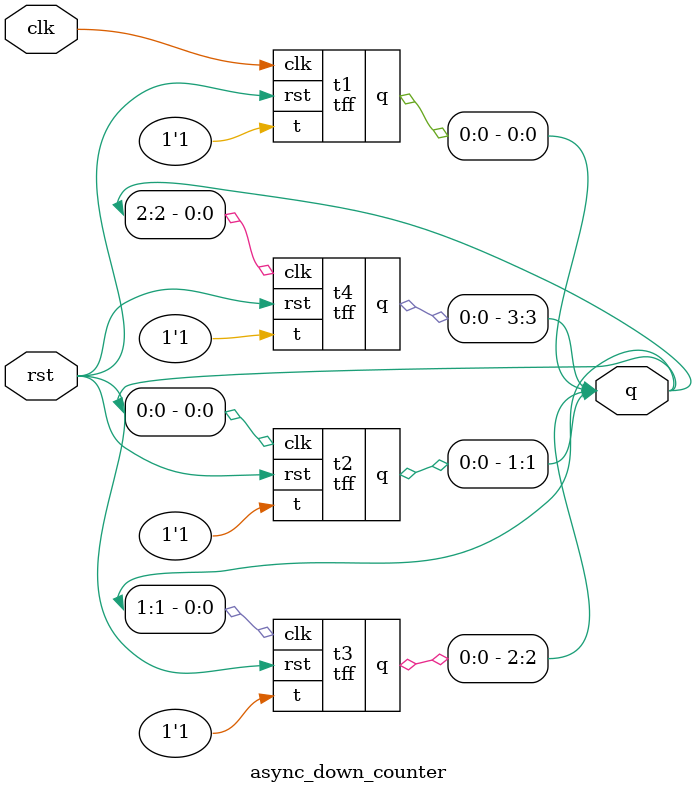
<source format=v>
module tff(input t,clk,rst, output reg q);
always @(posedge clk or posedge rst) begin
	if (rst) q<=0;
	else if (t) q<=~q;
end
endmodule

module async_down_counter(input clk,rst, output [3:0] q);
tff t1(.clk(clk),.rst(rst),.t(1'b1),.q(q[0]));
tff t2(.clk(q[0]),.rst(rst),.t(1'b1),.q(q[1]));
tff t3(.clk(q[1]),.rst(rst),.t(1'b1),.q(q[2]));
tff t4(.clk(q[2]),.rst(rst),.t(1'b1),.q(q[3]));
endmodule


</source>
